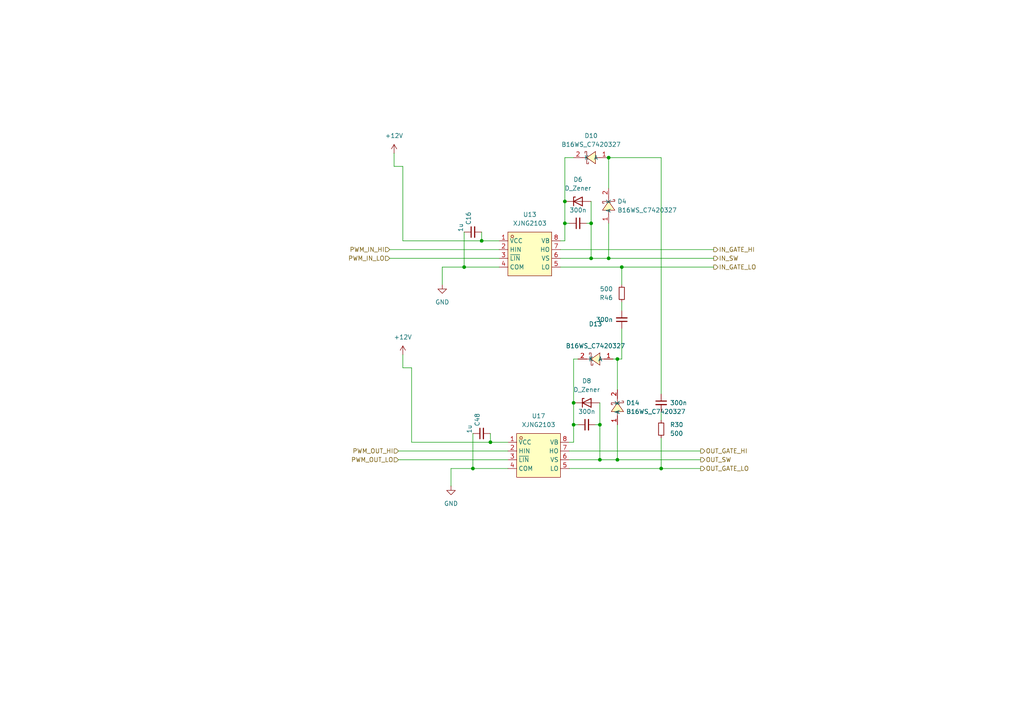
<source format=kicad_sch>
(kicad_sch (version 20231120) (generator "eeschema") (generator_version "8.0")
  (paper "A4")
  (lib_symbols
    (symbol "Device:C_Small" (pin_numbers hide) (pin_names (offset 0.254) hide)
      (property "Reference" "C" (at 0.254 1.778 0))
      (property "Value" "C_Small" (at 0.254 -2.032 0))
      (symbol "C_Small_0_1"
        (polyline (pts (xy -1.524 -0.508) (xy 1.524 -0.508)) (stroke (width 0.3302)))
        (polyline (pts (xy -1.524 0.508) (xy 1.524 0.508)) (stroke (width 0.3048)))
      )
      (symbol "C_Small_1_1"
        (pin passive line (at 0 2.54 270) (length 2.032) (name "~") (number "1"))
        (pin passive line (at 0 -2.54 90) (length 2.032) (name "~") (number "2"))
      )
    )
    (symbol "Device:D_Zener" (pin_numbers hide) (pin_names (offset 1.016) hide)
      (property "Reference" "D" (at 0 2.54 0))
      (property "Value" "D_Zener" (at 0 -2.54 0))
      (symbol "D_Zener_0_1"
        (polyline (pts (xy 1.27 0) (xy -1.27 0)))
        (polyline (pts (xy -1.27 -1.27) (xy -1.27 1.27) (xy -0.762 1.27)) (stroke (width 0.254)))
        (polyline (pts (xy 1.27 -1.27) (xy 1.27 1.27) (xy -1.27 0) (xy 1.27 -1.27)) (stroke (width 0.254)))
      )
      (symbol "D_Zener_1_1"
        (pin passive line (at -3.81 0 0) (length 2.54) (name "K") (number "1"))
        (pin passive line (at 3.81 0 180) (length 2.54) (name "A") (number "2"))
      )
    )
    (symbol "Device:R_Small" (pin_numbers hide) (pin_names (offset 0.254) hide)
      (property "Reference" "R" (at 0.762 0.508 0))
      (property "Value" "R_Small" (at 0.762 -1.016 0))
      (symbol "R_Small_0_1"
        (rectangle (start -0.762 1.778) (end 0.762 -1.778) (stroke (width 0.2032)))
      )
      (symbol "R_Small_1_1"
        (pin passive line (at 0 2.54 270) (length 0.762) (name "~") (number "1"))
        (pin passive line (at 0 -2.54 90) (length 0.762) (name "~") (number "2"))
      )
    )
    (symbol "easyeda2kicad:B16WS_C7420327"
      (property "Reference" "D" (at 0 5.08 0))
      (property "Value" "B16WS_C7420327" (at 0 -5.08 0))
      (symbol "B16WS_C7420327_0_1"
        (polyline (pts (xy -2.54 0) (xy -1.27 0)))
        (polyline (pts (xy 1.27 0) (xy 2.54 0)))
        (polyline (pts (xy -1.27 -1.78) (xy 1.27 0) (xy -1.27 1.78) (xy -1.27 -1.78)) (fill (type background)))
        (polyline (pts (xy 1.78 -1.27) (xy 1.78 -1.78) (xy 1.27 -1.78) (xy 1.27 1.78) (xy 0.76 1.78) (xy 0.76 1.27)))
        (pin unspecified line (at -5.08 0 0) (length 2.54) (name "A") (number "1"))
        (pin unspecified line (at 5.08 0 180) (length 2.54) (name "K") (number "2"))
      )
    )
    (symbol "easyeda2kicad:XJNG2103"
      (property "Reference" "U" (at 0 8.89 0))
      (property "Value" "XJNG2103" (at 0 -8.89 0))
      (symbol "XJNG2103_0_1"
        (rectangle (start -6.35 6.35) (end 6.35 -6.35) (fill (type background)))
        (circle (center -5.08 5.08) (radius 0.38))
        (pin unspecified line (at -8.89 3.81 0) (length 2.54) (name "VCC") (number "1"))
        (pin unspecified line (at -8.89 1.27 0) (length 2.54) (name "HIN") (number "2"))
        (pin unspecified line (at -8.89 -1.27 0) (length 2.54) (name "~{LIN}") (number "3"))
        (pin unspecified line (at -8.89 -3.81 0) (length 2.54) (name "COM") (number "4"))
        (pin unspecified line (at 8.89 -3.81 180) (length 2.54) (name "LO") (number "5"))
        (pin unspecified line (at 8.89 -1.27 180) (length 2.54) (name "VS") (number "6"))
        (pin unspecified line (at 8.89 1.27 180) (length 2.54) (name "HO") (number "7"))
        (pin unspecified line (at 8.89 3.81 180) (length 2.54) (name "VB") (number "8"))
      )
    )
    (symbol "power:+12V" (power) (pin_numbers hide) (pin_names (offset 0) hide)
      (property "Value" "+12V" (at 0 3.556 0))
      (symbol "+12V_0_1"
        (polyline (pts (xy -0.762 1.27) (xy 0 2.54)))
        (polyline (pts (xy 0 0) (xy 0 2.54)))
        (polyline (pts (xy 0 2.54) (xy 0.762 1.27)))
      )
      (symbol "+12V_1_1"
        (pin power_in line (at 0 0 90) (length 0) (name "~") (number "1"))
      )
    )
    (symbol "power:GND" (power) (pin_numbers hide) (pin_names (offset 0) hide)
      (property "Value" "GND" (at 0 -3.81 0))
      (symbol "GND_0_1"
        (polyline (pts (xy 0 0) (xy 0 -1.27) (xy 1.27 -1.27) (xy 0 -2.54) (xy -1.27 -1.27) (xy 0 -1.27)))
      )
      (symbol "GND_1_1"
        (pin power_in line (at 0 0 270) (length 0) (name "~") (number "1"))
      )
    )
  )
  (junction (at 163.83 58.42))
  (junction (at 163.83 64.77))
  (junction (at 137.16 135.89))
  (junction (at 139.7 69.85))
  (junction (at 173.99 133.35))
  (junction (at 173.99 123.19))
  (junction (at 191.77 135.89))
  (junction (at 142.24 128.27))
  (junction (at 166.37 116.84))
  (junction (at 134.62 77.47))
  (junction (at 179.07 104.14))
  (junction (at 171.45 74.93))
  (junction (at 166.37 123.19))
  (junction (at 176.53 74.93))
  (junction (at 176.53 45.72))
  (junction (at 171.45 64.77))
  (junction (at 179.07 133.35))
  (junction (at 180.34 77.47))
  (wire (pts (xy 162.56 69.85) (xy 163.83 69.85)))
  (wire (pts (xy 114.3 48.26) (xy 116.84 48.26)))
  (wire (pts (xy 179.07 123.19) (xy 179.07 133.35)))
  (wire (pts (xy 113.03 74.93) (xy 144.78 74.93)))
  (wire (pts (xy 137.16 135.89) (xy 147.32 135.89)))
  (wire (pts (xy 144.78 69.85) (xy 139.7 69.85)))
  (wire (pts (xy 173.99 116.84) (xy 173.99 123.19)))
  (wire (pts (xy 128.27 77.47) (xy 128.27 82.55)))
  (wire (pts (xy 116.84 106.68) (xy 119.38 106.68)))
  (wire (pts (xy 180.34 82.55) (xy 180.34 77.47)))
  (wire (pts (xy 142.24 125.73) (xy 142.24 128.27)))
  (wire (pts (xy 191.77 45.72) (xy 191.77 114.3)))
  (wire (pts (xy 115.57 133.35) (xy 147.32 133.35)))
  (wire (pts (xy 170.18 64.77) (xy 171.45 64.77)))
  (wire (pts (xy 165.1 64.77) (xy 163.83 64.77)))
  (wire (pts (xy 165.1 135.89) (xy 191.77 135.89)))
  (wire (pts (xy 166.37 116.84) (xy 166.37 104.14)))
  (wire (pts (xy 130.81 135.89) (xy 130.81 140.97)))
  (wire (pts (xy 165.1 128.27) (xy 166.37 128.27)))
  (wire (pts (xy 162.56 74.93) (xy 171.45 74.93)))
  (wire (pts (xy 191.77 127) (xy 191.77 135.89)))
  (wire (pts (xy 171.45 64.77) (xy 171.45 74.93)))
  (wire (pts (xy 130.81 135.89) (xy 137.16 135.89)))
  (wire (pts (xy 165.1 130.81) (xy 203.2 130.81)))
  (wire (pts (xy 147.32 130.81) (xy 115.57 130.81)))
  (wire (pts (xy 191.77 119.38) (xy 191.77 121.92)))
  (wire (pts (xy 191.77 135.89) (xy 203.2 135.89)))
  (wire (pts (xy 176.53 54.61) (xy 176.53 45.72)))
  (wire (pts (xy 147.32 128.27) (xy 142.24 128.27)))
  (wire (pts (xy 166.37 116.84) (xy 166.37 123.19)))
  (wire (pts (xy 176.53 74.93) (xy 207.01 74.93)))
  (wire (pts (xy 180.34 90.17) (xy 180.34 87.63)))
  (wire (pts (xy 128.27 77.47) (xy 134.62 77.47)))
  (wire (pts (xy 176.53 64.77) (xy 176.53 74.93)))
  (wire (pts (xy 177.8 104.14) (xy 179.07 104.14)))
  (wire (pts (xy 114.3 48.26) (xy 114.3 44.45)))
  (wire (pts (xy 179.07 113.03) (xy 179.07 104.14)))
  (wire (pts (xy 171.45 74.93) (xy 176.53 74.93)))
  (wire (pts (xy 172.72 123.19) (xy 173.99 123.19)))
  (wire (pts (xy 139.7 67.31) (xy 139.7 69.85)))
  (wire (pts (xy 165.1 133.35) (xy 173.99 133.35)))
  (wire (pts (xy 119.38 128.27) (xy 119.38 106.68)))
  (wire (pts (xy 173.99 133.35) (xy 179.07 133.35)))
  (wire (pts (xy 173.99 123.19) (xy 173.99 133.35)))
  (wire (pts (xy 180.34 95.25) (xy 180.34 104.14)))
  (wire (pts (xy 162.56 77.47) (xy 180.34 77.47)))
  (wire (pts (xy 180.34 104.14) (xy 179.07 104.14)))
  (wire (pts (xy 167.64 123.19) (xy 166.37 123.19)))
  (wire (pts (xy 142.24 128.27) (xy 119.38 128.27)))
  (wire (pts (xy 116.84 106.68) (xy 116.84 102.87)))
  (wire (pts (xy 179.07 133.35) (xy 203.2 133.35)))
  (wire (pts (xy 171.45 58.42) (xy 171.45 64.77)))
  (wire (pts (xy 134.62 77.47) (xy 144.78 77.47)))
  (wire (pts (xy 116.84 69.85) (xy 116.84 48.26)))
  (wire (pts (xy 139.7 69.85) (xy 116.84 69.85)))
  (wire (pts (xy 134.62 67.31) (xy 134.62 77.47)))
  (wire (pts (xy 163.83 58.42) (xy 163.83 64.77)))
  (wire (pts (xy 137.16 125.73) (xy 137.16 135.89)))
  (wire (pts (xy 144.78 72.39) (xy 113.03 72.39)))
  (wire (pts (xy 166.37 123.19) (xy 166.37 128.27)))
  (wire (pts (xy 163.83 45.72) (xy 166.37 45.72)))
  (wire (pts (xy 163.83 58.42) (xy 163.83 45.72)))
  (wire (pts (xy 176.53 45.72) (xy 191.77 45.72)))
  (wire (pts (xy 180.34 77.47) (xy 207.01 77.47)))
  (wire (pts (xy 166.37 104.14) (xy 167.64 104.14)))
  (wire (pts (xy 163.83 64.77) (xy 163.83 69.85)))
  (wire (pts (xy 162.56 72.39) (xy 207.01 72.39)))
  (hierarchical_label "PWM_IN_HI" (shape input) (at 113.03 72.39 180))
  (hierarchical_label "OUT_SW" (shape output) (at 203.2 133.35 0))
  (hierarchical_label "IN_SW" (shape output) (at 207.01 74.93 0))
  (hierarchical_label "IN_GATE_HI" (shape output) (at 207.01 72.39 0))
  (hierarchical_label "OUT_GATE_HI" (shape output) (at 203.2 130.81 0))
  (hierarchical_label "IN_GATE_LO" (shape output) (at 207.01 77.47 0))
  (hierarchical_label "PWM_OUT_HI" (shape input) (at 115.57 130.81 180))
  (hierarchical_label "OUT_GATE_LO" (shape output) (at 203.2 135.89 0))
  (hierarchical_label "PWM_OUT_LO" (shape input) (at 115.57 133.35 180))
  (hierarchical_label "PWM_IN_LO" (shape input) (at 113.03 74.93 180))
  (symbol (lib_id "easyeda2kicad:B16WS_C7420327") (at 179.07 118.11 90) (unit 1)
    (property "Reference" "D14" (at 181.61 116.8399 90) (effects (justify right)))
    (property "Value" "B16WS_C7420327" (at 181.61 119.3799 90) (effects (justify right)))
    (property "Footprint" "easyeda2kicad:SOD-323_L1.7-W1.3-LS2.5-FD" (effects (hide yes)))
    (property "LCSC Part" "C7420327" (effects (hide yes)))
    (instances (project "MPPT_V2" (path "" (reference "D14") (unit 1)) (path "" (reference "D12") (unit 1))))
  )
  (symbol (lib_id "Device:D_Zener") (at 167.64 58.42 0) (unit 1)
    (property "Reference" "D6" (at 167.64 52.07 0))
    (property "Value" "D_Zener" (at 167.64 54.61 0))
    (property "Footprint" "Diode_SMD:D_SOD-123" (effects (hide yes)))
    (property "Description" "Zener diode" (effects (hide yes)))
    (instances (project "" (path "" (reference "D6") (unit 1)) (path "" (reference "D5") (unit 1))))
  )
  (symbol (lib_id "Device:C_Small") (at 180.34 92.71 180) (unit 1)
    (property "Reference" "C65" (effects (hide yes)))
    (property "Value" "300n" (at 177.8 92.7038 0) (effects (justify left)))
    (property "Footprint" "Capacitor_SMD:C_0402_1005Metric" (effects (hide yes)))
    (property "Description" "Unpolarized capacitor, small symbol" (effects (hide yes)))
    (instances (project "MPPT_V2" (path "" (reference "C65") (unit 1)) (path "" (reference "C64") (unit 1))))
  )
  (symbol (lib_id "Device:C_Small") (at 137.16 67.31 90) (unit 1)
    (property "Reference" "C16" (at 135.89 65.278 0) (effects (justify left)))
    (property "Value" "1u" (at 133.604 67.31 0) (effects (justify left)))
    (property "Footprint" "Capacitor_SMD:C_0402_1005Metric" (effects (hide yes)))
    (property "Description" "Unpolarized capacitor, small symbol" (effects (hide yes)))
    (instances (project "MPPT_V2" (path "" (reference "C16") (unit 1)) (path "" (reference "C15") (unit 1))))
  )
  (symbol (lib_id "easyeda2kicad:B16WS_C7420327") (at 171.45 45.72 180) (unit 1)
    (property "Reference" "D10" (at 171.45 39.37 0))
    (property "Value" "B16WS_C7420327" (at 171.45 41.91 0))
    (property "Footprint" "easyeda2kicad:SOD-323_L1.7-W1.3-LS2.5-FD" (effects (hide yes)))
    (property "LCSC Part" "C7420327" (effects (hide yes)))
    (instances (project "MPPT_V2" (path "" (reference "D10") (unit 1)) (path "" (reference "D9") (unit 1))))
  )
  (symbol (lib_id "easyeda2kicad:XJNG2103") (at 156.21 132.08 0) (unit 1)
    (property "Reference" "U17" (at 156.21 120.65 0))
    (property "Value" "XJNG2103" (at 156.21 123.19 0))
    (property "Footprint" "easyeda2kicad:SOIC-8_L4.9-W3.9-P1.27-LS6.0-BL" (effects (hide yes)))
    (property "LCSC Part" "C2887735" (effects (hide yes)))
    (instances (project "MPPT_V2" (path "" (reference "U17") (unit 1)) (path "" (reference "U16") (unit 1))))
  )
  (symbol (lib_id "Device:R_Small") (at 191.77 124.46 0) (unit 1)
    (property "Reference" "R30" (at 194.31 123.1899 0) (effects (justify left)))
    (property "Value" "500" (at 194.31 125.7299 0) (effects (justify left)))
    (property "Footprint" "Resistor_SMD:R_0402_1005Metric" (effects (hide yes)))
    (property "Description" "Resistor, small symbol" (effects (hide yes)))
    (instances (project "" (path "" (reference "R30") (unit 1)) (path "" (reference "R4") (unit 1))))
  )
  (symbol (lib_id "Device:C_Small") (at 167.64 64.77 90) (unit 1)
    (property "Reference" "C14" (effects (hide yes)))
    (property "Value" "300n" (at 167.6463 60.96 90))
    (property "Footprint" "Capacitor_SMD:C_0402_1005Metric" (effects (hide yes)))
    (property "Description" "Unpolarized capacitor, small symbol" (effects (hide yes)))
    (instances (project "MPPT_V2" (path "" (reference "C14") (unit 1)) (path "" (reference "C12") (unit 1))))
  )
  (symbol (lib_id "easyeda2kicad:XJNG2103") (at 153.67 73.66 0) (unit 1)
    (property "Reference" "U13" (at 153.67 62.23 0))
    (property "Value" "XJNG2103" (at 153.67 64.77 0))
    (property "Footprint" "easyeda2kicad:SOIC-8_L4.9-W3.9-P1.27-LS6.0-BL" (effects (hide yes)))
    (property "LCSC Part" "C2887735" (effects (hide yes)))
    (instances (project "MPPT_V2" (path "" (reference "U13") (unit 1)) (path "" (reference "U11") (unit 1))))
  )
  (symbol (lib_id "power:+12V") (at 116.84 102.87 0) (unit 1)
    (property "Reference" "#PWR0110" (effects (hide yes)))
    (property "Value" "+12V" (at 116.84 97.79 0))
    (property "Description" "Power symbol creates a global label with name \"+12V\"" (effects (hide yes)))
    (instances (project "MPPT_V2" (path "" (reference "#PWR0110") (unit 1)) (path "" (reference "#PWR096") (unit 1))))
  )
  (symbol (lib_id "Device:D_Zener") (at 170.18 116.84 0) (unit 1)
    (property "Reference" "D8" (at 170.18 110.49 0))
    (property "Value" "D_Zener" (at 170.18 113.03 0))
    (property "Footprint" "Diode_SMD:D_SOD-123" (effects (hide yes)))
    (property "Description" "Zener diode" (effects (hide yes)))
    (instances (project "MPPT_V2" (path "" (reference "D8") (unit 1)) (path "" (reference "D7") (unit 1))))
  )
  (symbol (lib_id "easyeda2kicad:B16WS_C7420327") (at 172.72 104.14 180) (unit 1)
    (property "Reference" "D13" (at 172.72 93.98 0))
    (property "Value" "B16WS_C7420327" (at 172.72 100.33 0))
    (property "Footprint" "easyeda2kicad:SOD-323_L1.7-W1.3-LS2.5-FD" (effects (hide yes)))
    (property "LCSC Part" "C7420327" (effects (hide yes)))
    (instances (project "MPPT_V2" (path "" (reference "D13") (unit 1)) (path "" (reference "D11") (unit 1))))
  )
  (symbol (lib_id "easyeda2kicad:B16WS_C7420327") (at 176.53 59.69 90) (unit 1)
    (property "Reference" "D4" (at 179.07 58.4199 90) (effects (justify right)))
    (property "Value" "B16WS_C7420327" (at 179.07 60.9599 90) (effects (justify right)))
    (property "Footprint" "easyeda2kicad:SOD-323_L1.7-W1.3-LS2.5-FD" (effects (hide yes)))
    (property "LCSC Part" "C7420327" (effects (hide yes)))
    (instances (project "MPPT_V2" (path "" (reference "D4") (unit 1)) (path "" (reference "D3") (unit 1))))
  )
  (symbol (lib_id "Device:R_Small") (at 180.34 85.09 180) (unit 1)
    (property "Reference" "R46" (at 177.8 86.3601 0) (effects (justify left)))
    (property "Value" "500" (at 177.8 83.8201 0) (effects (justify left)))
    (property "Footprint" "Resistor_SMD:R_0402_1005Metric" (effects (hide yes)))
    (property "Description" "Resistor, small symbol" (effects (hide yes)))
    (instances (project "MPPT_V2" (path "" (reference "R46") (unit 1)) (path "" (reference "R45") (unit 1))))
  )
  (symbol (lib_id "Device:C_Small") (at 170.18 123.19 90) (unit 1)
    (property "Reference" "C18" (effects (hide yes)))
    (property "Value" "300n" (at 170.1863 119.38 90))
    (property "Footprint" "Capacitor_SMD:C_0402_1005Metric" (effects (hide yes)))
    (property "Description" "Unpolarized capacitor, small symbol" (effects (hide yes)))
    (instances (project "MPPT_V2" (path "" (reference "C18") (unit 1)) (path "" (reference "C17") (unit 1))))
  )
  (symbol (lib_id "power:GND") (at 130.81 140.97 0) (unit 1)
    (property "Reference" "#PWR0108" (effects (hide yes)))
    (property "Value" "GND" (at 130.81 146.05 0))
    (property "Description" "Power symbol creates a global label with name \"GND\" , ground" (effects (hide yes)))
    (instances (project "MPPT_V2" (path "" (reference "#PWR0108") (unit 1)) (path "" (reference "#PWR098") (unit 1))))
  )
  (symbol (lib_id "Device:C_Small") (at 139.7 125.73 90) (unit 1)
    (property "Reference" "C48" (at 138.43 123.698 0) (effects (justify left)))
    (property "Value" "1u" (at 136.144 125.73 0) (effects (justify left)))
    (property "Footprint" "Capacitor_SMD:C_0402_1005Metric" (effects (hide yes)))
    (property "Description" "Unpolarized capacitor, small symbol" (effects (hide yes)))
    (instances (project "MPPT_V2" (path "" (reference "C48") (unit 1)) (path "" (reference "C19") (unit 1))))
  )
  (symbol (lib_id "power:+12V") (at 114.3 44.45 0) (unit 1)
    (property "Reference" "#PWR0106" (effects (hide yes)))
    (property "Value" "+12V" (at 114.3 39.37 0))
    (property "Description" "Power symbol creates a global label with name \"+12V\"" (effects (hide yes)))
    (instances (project "MPPT_V2" (path "" (reference "#PWR0106") (unit 1)) (path "" (reference "#PWR095") (unit 1))))
  )
  (symbol (lib_id "power:GND") (at 128.27 82.55 0) (unit 1)
    (property "Reference" "#PWR0107" (effects (hide yes)))
    (property "Value" "GND" (at 128.27 87.63 0))
    (property "Description" "Power symbol creates a global label with name \"GND\" , ground" (effects (hide yes)))
    (instances (project "MPPT_V2" (path "" (reference "#PWR0107") (unit 1)) (path "" (reference "#PWR097") (unit 1))))
  )
  (symbol (lib_id "Device:C_Small") (at 191.77 116.84 0) (unit 1)
    (property "Reference" "C8" (effects (hide yes)))
    (property "Value" "300n" (at 194.31 116.8462 0) (effects (justify left)))
    (property "Footprint" "Capacitor_SMD:C_0402_1005Metric" (effects (hide yes)))
    (property "Description" "Unpolarized capacitor, small symbol" (effects (hide yes)))
    (instances (project "MPPT_V2" (path "" (reference "C8") (unit 1)) (path "" (reference "C7") (unit 1))))
  )
)
</source>
